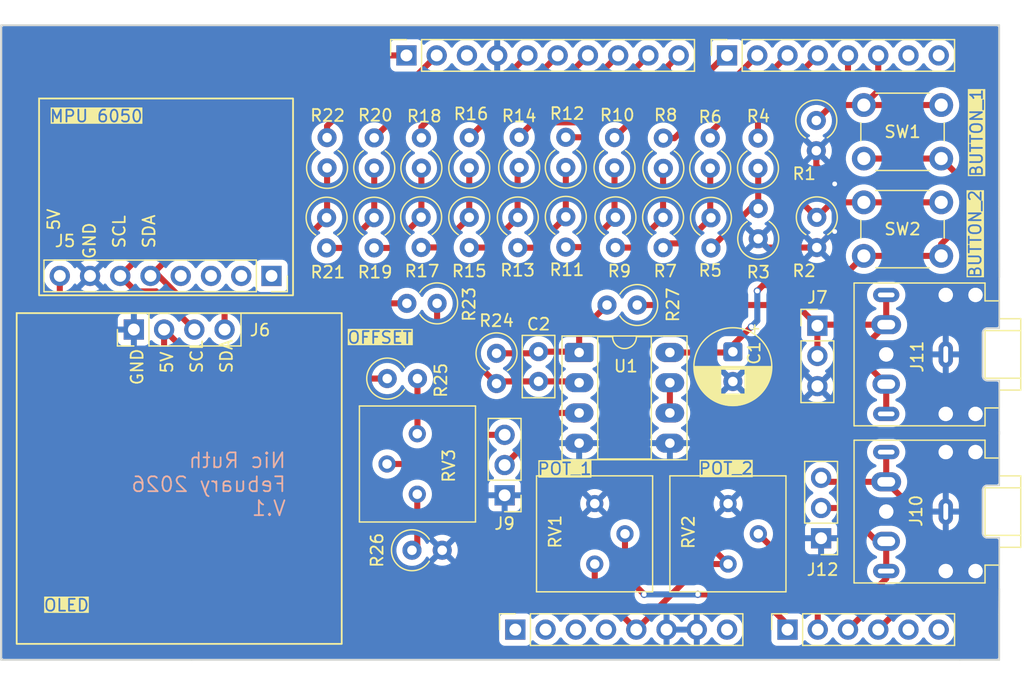
<source format=kicad_pcb>
(kicad_pcb (version 20241229) (generator "pcbnew") (generator_version "9.0")
  (title_block (date "mar. 31 mars 2015"))
  (layers (0 "F.Cu" signal) (2 "B.Cu" power) (13 "F.Paste" user) (15 "B.Paste" user) (5 "F.SilkS" user "F.Silkscreen") (7 "B.SilkS" user "B.Silkscreen") (1 "F.Mask" user) (3 "B.Mask" user) (25 "Edge.Cuts" user))
  (net 0 "")
  (net 1 "GND")
  (net 3 "+5V")
  (net 4 "/IOREF")
  (net 5 "/A0")
  (net 6 "/A1")
  (net 7 "/SDA{slash}A4")
  (net 8 "/SCL{slash}A5")
  (net 9 "/AREF")
  (net 10 "/TX{slash}1")
  (net 11 "/RX{slash}0")
  (net 12 "+3V3")
  (net 13 "VCC")
  (net 14 "/~{RESET}")
  (net 15 "/SCL")
  (net 16 "/SDA")
  (net 21 "/BT1")
  (net 22 "/BT2")
  (net 23 "Net-(C2-Pad2)")
  (net 24 "Net-(U1A--)")
  (net 25 "/D7")
  (net 26 "/D8")
  (net 27 "/D9")
  (net 28 "/D6")
  (net 29 "/D4")
  (net 30 "/D5")
  (net 31 "/IN_RIGHT")
  (net 32 "/IN_LEFT")
  (net 33 "/D3")
  (net 34 "/D2")
  (net 35 "/D0")
  (net 36 "/D1")
  (net 37 "/AUDIO_OUT")
  (net 38 "Net-(J9-Pin_3)")
  (net 39 "Net-(J9-Pin_2)")
  (net 40 "Net-(R3-Pad2)")
  (net 41 "Net-(R5-Pad1)")
  (net 42 "Net-(R7-Pad1)")
  (net 43 "Net-(R10-Pad1)")
  (net 44 "Net-(R11-Pad1)")
  (net 45 "Net-(R13-Pad1)")
  (net 46 "Net-(R15-Pad1)")
  (net 47 "Net-(R17-Pad1)")
  (net 48 "Net-(R19-Pad1)")
  (net 49 "Net-(R21-Pad1)")
  (net 50 "Net-(R25-Pad2)")
  (net 51 "Net-(R26-Pad1)")
  (net 52 "Net-(U1B--)")
  (footprint "Connector_PinSocket_2.54mm:PinSocket_1x08_P2.54mm_Vertical" (layer "F.Cu") (at 127.94 97.46 90)
    (property "Reference" "J1" (hide yes))
    (property "Value" "Power")
    (pad "1" thru_hole rect (at 0 0 90) (size 1.7 1.7) (drill 1) (layers "*.Cu" "*.Mask"))
    (pad "2" thru_hole oval (at 0 2.54 90) (size 1.7 1.7) (drill 1) (layers "*.Cu" "*.Mask") (net 4 "/IOREF"))
    (pad "3" thru_hole oval (at 0 5.08 90) (size 1.7 1.7) (drill 1) (layers "*.Cu" "*.Mask") (net 14 "/~{RESET}"))
    (pad "4" thru_hole oval (at 0 7.62 90) (size 1.7 1.7) (drill 1) (layers "*.Cu" "*.Mask") (net 12 "+3V3"))
    (pad "5" thru_hole oval (at 0 10.16 90) (size 1.7 1.7) (drill 1) (layers "*.Cu" "*.Mask") (net 3 "+5V"))
    (pad "6" thru_hole oval (at 0 12.7 90) (size 1.7 1.7) (drill 1) (layers "*.Cu" "*.Mask") (net 1 "GND"))
    (pad "7" thru_hole oval (at 0 15.24 90) (size 1.7 1.7) (drill 1) (layers "*.Cu" "*.Mask") (net 1 "GND"))
    (pad "8" thru_hole oval (at 0 17.78 90) (size 1.7 1.7) (drill 1) (layers "*.Cu" "*.Mask") (net 13 "VCC"))
  )
  (footprint "Connector_PinSocket_2.54mm:PinSocket_1x06_P2.54mm_Vertical" (layer "F.Cu") (at 150.8 97.46 90)
    (property "Reference" "J3" (hide yes))
    (property "Value" "Analog")
    (pad "1" thru_hole rect (at 0 0 90) (size 1.7 1.7) (drill 1) (layers "*.Cu" "*.Mask") (net 5 "/A0"))
    (pad "2" thru_hole oval (at 0 2.54 90) (size 1.7 1.7) (drill 1) (layers "*.Cu" "*.Mask") (net 6 "/A1"))
    (pad "3" thru_hole oval (at 0 5.08 90) (size 1.7 1.7) (drill 1) (layers "*.Cu" "*.Mask") (net 31 "/IN_RIGHT"))
    (pad "4" thru_hole oval (at 0 7.62 90) (size 1.7 1.7) (drill 1) (layers "*.Cu" "*.Mask") (net 32 "/IN_LEFT"))
    (pad "5" thru_hole oval (at 0 10.16 90) (size 1.7 1.7) (drill 1) (layers "*.Cu" "*.Mask") (net 7 "/SDA{slash}A4"))
    (pad "6" thru_hole oval (at 0 12.7 90) (size 1.7 1.7) (drill 1) (layers "*.Cu" "*.Mask") (net 8 "/SCL{slash}A5"))
  )
  (footprint "Connector_PinSocket_2.54mm:PinSocket_1x10_P2.54mm_Vertical" (layer "F.Cu") (at 118.796 49.2 90)
    (property "Reference" "J2" (hide yes))
    (property "Value" "Digital/PWM")
    (pad "1" thru_hole rect (at 0 0 90) (size 1.7 1.7) (drill 1) (layers "*.Cu" "*.Mask") (net 15 "/SCL"))
    (pad "2" thru_hole oval (at 0 2.54 90) (size 1.7 1.7) (drill 1) (layers "*.Cu" "*.Mask") (net 16 "/SDA"))
    (pad "3" thru_hole oval (at 0 5.08 90) (size 1.7 1.7) (drill 1) (layers "*.Cu" "*.Mask") (net 9 "/AREF"))
    (pad "4" thru_hole oval (at 0 7.62 90) (size 1.7 1.7) (drill 1) (layers "*.Cu" "*.Mask") (net 1 "GND"))
    (pad "5" thru_hole oval (at 0 10.16 90) (size 1.7 1.7) (drill 1) (layers "*.Cu" "*.Mask") (net 27 "/D9"))
    (pad "6" thru_hole oval (at 0 12.7 90) (size 1.7 1.7) (drill 1) (layers "*.Cu" "*.Mask") (net 26 "/D8"))
    (pad "7" thru_hole oval (at 0 15.24 90) (size 1.7 1.7) (drill 1) (layers "*.Cu" "*.Mask") (net 25 "/D7"))
    (pad "8" thru_hole oval (at 0 17.78 90) (size 1.7 1.7) (drill 1) (layers "*.Cu" "*.Mask") (net 28 "/D6"))
    (pad "9" thru_hole oval (at 0 20.32 90) (size 1.7 1.7) (drill 1) (layers "*.Cu" "*.Mask") (net 30 "/D5"))
    (pad "10" thru_hole oval (at 0 22.86 90) (size 1.7 1.7) (drill 1) (layers "*.Cu" "*.Mask") (net 29 "/D4"))
  )
  (footprint "Connector_PinSocket_2.54mm:PinSocket_1x08_P2.54mm_Vertical" (layer "F.Cu") (at 145.72 49.2 90)
    (property "Reference" "J4" (hide yes))
    (property "Value" "Digital/PWM")
    (pad "1" thru_hole rect (at 0 0 90) (size 1.7 1.7) (drill 1) (layers "*.Cu" "*.Mask") (net 33 "/D3"))
    (pad "2" thru_hole oval (at 0 2.54 90) (size 1.7 1.7) (drill 1) (layers "*.Cu" "*.Mask") (net 34 "/D2"))
    (pad "3" thru_hole oval (at 0 5.08 90) (size 1.7 1.7) (drill 1) (layers "*.Cu" "*.Mask") (net 36 "/D1"))
    (pad "4" thru_hole oval (at 0 7.62 90) (size 1.7 1.7) (drill 1) (layers "*.Cu" "*.Mask") (net 35 "/D0"))
    (pad "5" thru_hole oval (at 0 10.16 90) (size 1.7 1.7) (drill 1) (layers "*.Cu" "*.Mask") (net 22 "/BT2"))
    (pad "6" thru_hole oval (at 0 12.7 90) (size 1.7 1.7) (drill 1) (layers "*.Cu" "*.Mask") (net 21 "/BT1"))
    (pad "7" thru_hole oval (at 0 15.24 90) (size 1.7 1.7) (drill 1) (layers "*.Cu" "*.Mask") (net 10 "/TX{slash}1"))
    (pad "8" thru_hole oval (at 0 17.78 90) (size 1.7 1.7) (drill 1) (layers "*.Cu" "*.Mask") (net 11 "/RX{slash}0"))
  )
  (footprint "Resistor_THT:R_Axial_DIN0309_L9.0mm_D3.2mm_P2.54mm_Vertical" (layer "F.Cu") (at 136.35 62.81 -90)
    (property "Reference" "R9" (at 4.52 -0.33 180) (layer "F.SilkS"))
    (property "Value" "10k")
    (pad "1" thru_hole circle (at 0 0 270) (size 1.6 1.6) (drill 0.8) (layers "*.Cu" "*.Mask") (net 43 "Net-(R10-Pad1)"))
    (pad "2" thru_hole circle (at 2.54 0 270) (size 1.6 1.6) (drill 0.8) (layers "*.Cu" "*.Mask") (net 42 "Net-(R7-Pad1)"))
  )
  (footprint "Resistor_THT:R_Axial_DIN0309_L9.0mm_D3.2mm_P2.54mm_Vertical" (layer "F.Cu") (at 128.15 62.82 -90)
    (property "Reference" "R13" (at 4.44 0.02 180) (layer "F.SilkS"))
    (property "Value" "10k")
    (pad "1" thru_hole circle (at 0 0 270) (size 1.6 1.6) (drill 0.8) (layers "*.Cu" "*.Mask") (net 45 "Net-(R13-Pad1)"))
    (pad "2" thru_hole circle (at 2.54 0 270) (size 1.6 1.6) (drill 0.8) (layers "*.Cu" "*.Mask") (net 44 "Net-(R11-Pad1)"))
  )
  (footprint "Resistor_THT:R_Axial_DIN0309_L9.0mm_D3.2mm_P2.54mm_Vertical" (layer "F.Cu") (at 128.262 58.62 90)
    (property "Reference" "R14" (at 4.33 0 180) (layer "F.SilkS"))
    (property "Value" "20k")
    (pad "1" thru_hole circle (at 0 0 90) (size 1.6 1.6) (drill 0.8) (layers "*.Cu" "*.Mask") (net 45 "Net-(R13-Pad1)"))
    (pad "2" thru_hole circle (at 2.54 0 90) (size 1.6 1.6) (drill 0.8) (layers "*.Cu" "*.Mask") (net 30 "/D5"))
  )
  (footprint "Resistor_THT:R_Axial_DIN0309_L9.0mm_D3.2mm_P2.54mm_Vertical" (layer "F.Cu") (at 120.05 58.67 90)
    (property "Reference" "R18" (at 4.36 0.24 180) (layer "F.SilkS"))
    (property "Value" "20k")
    (pad "1" thru_hole circle (at 0 0 90) (size 1.6 1.6) (drill 0.8) (layers "*.Cu" "*.Mask") (net 47 "Net-(R17-Pad1)"))
    (pad "2" thru_hole circle (at 2.54 0 90) (size 1.6 1.6) (drill 0.8) (layers "*.Cu" "*.Mask") (net 25 "/D7"))
  )
  (footprint "Resistor_THT:R_Axial_DIN0309_L9.0mm_D3.2mm_P2.54mm_Vertical" (layer "F.Cu") (at 148.32 58.69 90)
    (property "Reference" "R4" (at 4.38 0.03 180) (layer "F.SilkS"))
    (property "Value" "20k")
    (pad "1" thru_hole circle (at 0 0 90) (size 1.6 1.6) (drill 0.8) (layers "*.Cu" "*.Mask") (net 40 "Net-(R3-Pad2)"))
    (pad "2" thru_hole circle (at 2.54 0 90) (size 1.6 1.6) (drill 0.8) (layers "*.Cu" "*.Mask") (net 35 "/D0"))
  )
  (footprint "Resistor_THT:R_Axial_DIN0309_L9.0mm_D3.2mm_P2.54mm_Vertical" (layer "F.Cu") (at 124.07 62.81 -90)
    (property "Reference" "R15" (at 4.52 0 180) (layer "F.SilkS"))
    (property "Value" "10k")
    (pad "1" thru_hole circle (at 0 0 270) (size 1.6 1.6) (drill 0.8) (layers "*.Cu" "*.Mask") (net 46 "Net-(R15-Pad1)"))
    (pad "2" thru_hole circle (at 2.54 0 270) (size 1.6 1.6) (drill 0.8) (layers "*.Cu" "*.Mask") (net 45 "Net-(R13-Pad1)"))
  )
  (footprint "Resistor_THT:R_Axial_DIN0309_L9.0mm_D3.2mm_P2.54mm_Vertical" (layer "F.Cu") (at 116.08 62.84 -90)
    (property "Reference" "R19" (at 4.58 -0.08 180) (layer "F.SilkS"))
    (property "Value" "10k")
    (pad "1" thru_hole circle (at 0 0 270) (size 1.6 1.6) (drill 0.8) (layers "*.Cu" "*.Mask") (net 48 "Net-(R19-Pad1)"))
    (pad "2" thru_hole circle (at 2.54 0 270) (size 1.6 1.6) (drill 0.8) (layers "*.Cu" "*.Mask") (net 47 "Net-(R17-Pad1)"))
  )
  (footprint "Capacitor_THT:C_Disc_D5.0mm_W2.5mm_P2.50mm" (layer "F.Cu") (at 129.89 76.6 90)
    (property "Reference" "C2" (at 4.81 0 0) (layer "F.SilkS"))
    (property "Value" "100pF")
    (pad "1" thru_hole circle (at 0 0 90) (size 1.6 1.6) (drill 0.8) (layers "*.Cu" "*.Mask") (net 24 "Net-(U1A--)"))
    (pad "2" thru_hole circle (at 2.5 0 90) (size 1.6 1.6) (drill 0.8) (layers "*.Cu" "*.Mask") (net 23 "Net-(C2-Pad2)"))
  )
  (footprint "Resistor_THT:R_Axial_DIN0309_L9.0mm_D3.2mm_P2.54mm_Vertical" (layer "F.Cu") (at 140.35 62.82 -90)
    (property "Reference" "R7" (at 4.51 -0.18 180) (layer "F.SilkS"))
    (property "Value" "10k")
    (pad "1" thru_hole circle (at 0 0 270) (size 1.6 1.6) (drill 0.8) (layers "*.Cu" "*.Mask") (net 42 "Net-(R7-Pad1)"))
    (pad "2" thru_hole circle (at 2.54 0 270) (size 1.6 1.6) (drill 0.8) (layers "*.Cu" "*.Mask") (net 41 "Net-(R5-Pad1)"))
  )
  (footprint "Resistor_THT:R_Axial_DIN0309_L9.0mm_D3.2mm_P2.54mm_Vertical" (layer "F.Cu") (at 112.09 62.84 -90)
    (property "Reference" "R21" (at 4.58 -0.1 180) (layer "F.SilkS"))
    (property "Value" "10k")
    (pad "1" thru_hole circle (at 0 0 270) (size 1.6 1.6) (drill 0.8) (layers "*.Cu" "*.Mask") (net 49 "Net-(R21-Pad1)"))
    (pad "2" thru_hole circle (at 2.54 0 270) (size 1.6 1.6) (drill 0.8) (layers "*.Cu" "*.Mask") (net 48 "Net-(R19-Pad1)"))
  )
  (footprint "Button_Switch_THT:SW_PUSH_6mm" (layer "F.Cu") (at 163.71 66.05 180)
    (property "Reference" "SW2" (at 3.25 2.25 0) (layer "F.SilkS"))
    (property "Value" "BT_2")
    (pad "1" thru_hole circle (at 0 0 270) (size 2 2) (drill 1.1) (layers "*.Cu" "*.Mask") (net 3 "+5V"))
    (pad "1" thru_hole circle (at 6.5 0 270) (size 2 2) (drill 1.1) (layers "*.Cu" "*.Mask") (net 3 "+5V"))
    (pad "2" thru_hole circle (at 0 4.5 270) (size 2 2) (drill 1.1) (layers "*.Cu" "*.Mask") (net 22 "/BT2"))
    (pad "2" thru_hole circle (at 6.5 4.5 270) (size 2 2) (drill 1.1) (layers "*.Cu" "*.Mask") (net 22 "/BT2"))
  )
  (footprint "Resistor_THT:R_Axial_DIN0309_L9.0mm_D3.2mm_P2.54mm_Vertical" (layer "F.Cu") (at 116.09 58.67 90)
    (property "Reference" "R20" (at 4.44 0.09 180) (layer "F.SilkS"))
    (property "Value" "20k")
    (pad "1" thru_hole circle (at 0 0 90) (size 1.6 1.6) (drill 0.8) (layers "*.Cu" "*.Mask") (net 48 "Net-(R19-Pad1)"))
    (pad "2" thru_hole circle (at 2.54 0 90) (size 1.6 1.6) (drill 0.8) (layers "*.Cu" "*.Mask") (net 26 "/D8"))
  )
  (footprint "Resistor_THT:R_Axial_DIN0309_L9.0mm_D3.2mm_P2.54mm_Vertical" (layer "F.Cu") (at 144.31 58.68 90)
    (property "Reference" "R6" (at 4.3 0 180) (layer "F.SilkS"))
    (property "Value" "20k")
    (pad "1" thru_hole circle (at 0 0 90) (size 1.6 1.6) (drill 0.8) (layers "*.Cu" "*.Mask") (net 41 "Net-(R5-Pad1)"))
    (pad "2" thru_hole circle (at 2.54 0 90) (size 1.6 1.6) (drill 0.8) (layers "*.Cu" "*.Mask") (net 36 "/D1"))
  )
  (footprint "Connector_PinHeader_2.54mm:PinHeader_1x03_P2.54mm_Vertical" (layer "F.Cu") (at 153.31 71.92)
    (property "Reference" "J7" (at 0 -2.38 0) (layer "F.SilkS"))
    (property "Value" "AUDIO_OUT")
    (pad "1" thru_hole rect (at 0 0) (size 1.7 1.7) (drill 1) (layers "*.Cu" "*.Mask") (net 37 "/AUDIO_OUT"))
    (pad "2" thru_hole circle (at 0 2.54) (size 1.7 1.7) (drill 1) (layers "*.Cu" "*.Mask") (net 37 "/AUDIO_OUT"))
    (pad "3" thru_hole circle (at 0 5.08) (size 1.7 1.7) (drill 1) (layers "*.Cu" "*.Mask") (net 1 "GND"))
  )
  (footprint "Resistor_THT:R_Axial_DIN0309_L9.0mm_D3.2mm_P2.54mm_Vertical" (layer "F.Cu") (at 136.27 58.65 90)
    (property "Reference" "R10" (at 4.43 0.23 180) (layer "F.SilkS"))
    (property "Value" "20k")
    (pad "1" thru_hole circle (at 0 0 90) (size 1.6 1.6) (drill 0.8) (layers "*.Cu" "*.Mask") (net 43 "Net-(R10-Pad1)"))
    (pad "2" thru_hole circle (at 2.54 0 90) (size 1.6 1.6) (drill 0.8) (layers "*.Cu" "*.Mask") (net 33 "/D3"))
  )
  (footprint "Connector_PinSocket_2.54mm:PinSocket_1x08_P2.54mm_Vertical" (layer "F.Cu") (at 107.46 67.73 -90)
    (property "Reference" "J5" (at -2.93 17.34 0) (layer "F.SilkS"))
    (property "Value" "IMU_CONN")
    (pad "1" thru_hole rect (at 0 0 270) (size 1.7 1.7) (drill 1) (layers "*.Cu" "*.Mask"))
    (pad "2" thru_hole circle (at 0 2.54 270) (size 1.7 1.7) (drill 1) (layers "*.Cu" "*.Mask"))
    (pad "3" thru_hole circle (at 0 5.08 270) (size 1.7 1.7) (drill 1) (layers "*.Cu" "*.Mask"))
    (pad "4" thru_hole circle (at 0 7.62 270) (size 1.7 1.7) (drill 1) (layers "*.Cu" "*.Mask"))
    (pad "5" thru_hole circle (at 0 10.16 270) (size 1.7 1.7) (drill 1) (layers "*.Cu" "*.Mask") (net 16 "/SDA"))
    (pad "6" thru_hole circle (at 0 12.7 270) (size 1.7 1.7) (drill 1) (layers "*.Cu" "*.Mask") (net 15 "/SCL"))
    (pad "7" thru_hole circle (at 0 15.24 270) (size 1.7 1.7) (drill 1) (layers "*.Cu" "*.Mask") (net 1 "GND"))
    (pad "8" thru_hole circle (at 0 17.78 270) (size 1.7 1.7) (drill 1) (layers "*.Cu" "*.Mask") (net 3 "+5V"))
  )
  (footprint "Resistor_THT:R_Axial_DIN0309_L9.0mm_D3.2mm_P2.54mm_Vertical" (layer "F.Cu") (at 119.26 90.79)
    (property "Reference" "R26" (at -2.93 0 90) (layer "F.SilkS"))
    (property "Value" "20k")
    (pad "1" thru_hole circle (at 0 0) (size 1.6 1.6) (drill 0.8) (layers "*.Cu" "*.Mask") (net 51 "Net-(R26-Pad1)"))
    (pad "2" thru_hole circle (at 2.54 0) (size 1.6 1.6) (drill 0.8) (layers "*.Cu" "*.Mask") (net 1 "GND"))
  )
  (footprint "Connector_Audio:Jack_3.5mm_CUI_SJ1-3525N_Horizontal" (layer "F.Cu") (at 164.09 74.33 90)
    (property "Reference" "J11" (at -0.19 -2.4 90) (layer "F.SilkS"))
    (property "Value" "AudioJack5")
    (fp_line (start 1.8 3.1) (end -1.8 3.1) (stroke (width 0.12)) (layer "Edge.Cuts"))
    (fp_line (start 2.2 3.5) (end 2.2 4.5) (stroke (width 0.12)) (layer "Edge.Cuts"))
    (fp_line (start -2.2 3.5) (end -2.2 4.5) (stroke (width 0.12)) (layer "Edge.Cuts"))
    (fp_line (start 2.2 4.5) (end 6.5 4.5) (stroke (width 0.12)) (layer "Edge.Cuts"))
    (fp_line (start -2.2 4.5) (end -6.5 4.5) (stroke (width 0.12)) (layer "Edge.Cuts"))
    (fp_arc (start 1.8 3.1) (mid 2.082843 3.217157) (end 2.2 3.5) (stroke (width 0.12)) (layer "Edge.Cuts"))
    (fp_arc (start -2.2 3.5) (mid -2.082842 3.217158) (end -1.8 3.1) (stroke (width 0.12)) (layer "Edge.Cuts"))
    (pad "" np_thru_hole circle (at -5 0 90) (size 1.2 1.2) (drill 1.2) (layers "*.Cu" "*.Mask"))
    (pad "" np_thru_hole circle (at -5 2.5 90) (size 1.2 1.2) (drill 1.2) (layers "*.Cu" "*.Mask"))
    (pad "" np_thru_hole circle (at 0 -5 90) (size 1.2 1.2) (drill 1.2) (layers "*.Cu" "*.Mask"))
    (pad "" np_thru_hole circle (at 5 0 90) (size 1.2 1.2) (drill 1.2) (layers "*.Cu" "*.Mask"))
    (pad "" np_thru_hole circle (at 5 2.5 90) (size 1.2 1.2) (drill 1.2) (layers "*.Cu" "*.Mask"))
    (pad "R" thru_hole oval (at -5 -5 90) (size 1.2 2.2) (drill oval 0.4 1.4) (layers "*.Cu" "*.Mask") (net 37 "/AUDIO_OUT"))
    (pad "RN" thru_hole oval (at -2.5 -5 90) (size 1.6 2.3) (drill oval 0.8 1.5) (layers "*.Cu" "*.Mask") (net 37 "/AUDIO_OUT"))
    (pad "S" thru_hole oval (at 0 0 90) (size 2.2 1.2) (drill oval 1.4 0.4) (layers "*.Cu" "*.Mask") (net 1 "GND"))
    (pad "T" thru_hole oval (at 5 -5 270) (size 1.2 2.2) (drill oval 0.4 1.4) (layers "*.Cu" "*.Mask") (net 37 "/AUDIO_OUT"))
    (pad "TN" thru_hole oval (at 2.5 -5 270) (size 1.6 2.5) (drill oval 0.8 1.5) (layers "*.Cu" "*.Mask") (net 37 "/AUDIO_OUT"))
  )
  (footprint "Resistor_THT:R_Axial_DIN0309_L9.0mm_D3.2mm_P2.54mm_Vertical" (layer "F.Cu") (at 144.37 62.85 -90)
    (property "Reference" "R5" (at 4.43 0.06 0) (layer "F.SilkS"))
    (property "Value" "10k")
    (pad "1" thru_hole circle (at 0 0 270) (size 1.6 1.6) (drill 0.8) (layers "*.Cu" "*.Mask") (net 41 "Net-(R5-Pad1)"))
    (pad "2" thru_hole circle (at 2.54 0 270) (size 1.6 1.6) (drill 0.8) (layers "*.Cu" "*.Mask") (net 40 "Net-(R3-Pad2)"))
  )
  (footprint "Capacitor_THT:CP_Radial_D6.3mm_P2.50mm" (layer "F.Cu") (at 146.21 74.10762 -90)
    (property "Reference" "C1" (at 0.112985 -1.793255 90) (layer "F.SilkS"))
    (property "Value" "47uF")
    (pad "1" thru_hole roundrect (at 0 0 270) (size 1.6 1.6) (drill 0.8) (layers "*.Cu" "*.Mask") (roundrect_rratio 0.15625) (net 3 "+5V"))
    (pad "2" thru_hole circle (at 2.5 0 270) (size 1.6 1.6) (drill 0.8) (layers "*.Cu" "*.Mask") (net 1 "GND"))
  )
  (footprint "Resistor_THT:R_Axial_DIN0309_L9.0mm_D3.2mm_P2.54mm_Vertical" (layer "F.Cu") (at 126.36 74.24 -90)
    (property "Reference" "R24" (at -2.74 0 0) (layer "F.SilkS"))
    (property "Value" "20k")
    (pad "1" thru_hole circle (at 0 0 270) (size 1.6 1.6) (drill 0.8) (layers "*.Cu" "*.Mask") (net 23 "Net-(C2-Pad2)"))
    (pad "2" thru_hole circle (at 2.54 0 270) (size 1.6 1.6) (drill 0.8) (layers "*.Cu" "*.Mask") (net 24 "Net-(U1A--)"))
  )
  (footprint "Resistor_THT:R_Axial_DIN0309_L9.0mm_D3.2mm_P2.54mm_Vertical" (layer "F.Cu") (at 132.18 58.62 90)
    (property "Reference" "R12" (at 4.53 0.11 180) (layer "F.SilkS"))
    (property "Value" "20k")
    (pad "1" thru_hole circle (at 0 0 90) (size 1.6 1.6) (drill 0.8) (layers "*.Cu" "*.Mask") (net 44 "Net-(R11-Pad1)"))
    (pad "2" thru_hole circle (at 2.54 0 90) (size 1.6 1.6) (drill 0.8) (layers "*.Cu" "*.Mask") (net 29 "/D4"))
  )
  (footprint "Button_Switch_THT:SW_PUSH_6mm" (layer "F.Cu") (at 163.71 57.87 180)
    (property "Reference" "SW1" (at 3.25 2.25 0) (layer "F.SilkS"))
    (property "Value" "BT_1")
    (pad "1" thru_hole circle (at 0 0 270) (size 2 2) (drill 1.1) (layers "*.Cu" "*.Mask") (net 3 "+5V"))
    (pad "1" thru_hole circle (at 6.5 0 270) (size 2 2) (drill 1.1) (layers "*.Cu" "*.Mask") (net 3 "+5V"))
    (pad "2" thru_hole circle (at 0 4.5 270) (size 2 2) (drill 1.1) (layers "*.Cu" "*.Mask") (net 21 "/BT1"))
    (pad "2" thru_hole circle (at 6.5 4.5 270) (size 2 2) (drill 1.1) (layers "*.Cu" "*.Mask") (net 21 "/BT1"))
  )
  (footprint "Resistor_THT:R_Axial_DIN0309_L9.0mm_D3.2mm_P2.54mm_Vertical" (layer "F.Cu") (at 132.18 62.77 -90)
    (property "Reference" "R11" (at 4.45 -0.09 180) (layer "F.SilkS"))
    (property "Value" "10k")
    (pad "1" thru_hole circle (at 0 0 270) (size 1.6 1.6) (drill 0.8) (layers "*.Cu" "*.Mask") (net 44 "Net-(R11-Pad1)"))
    (pad "2" thru_hole circle (at 2.54 0 270) (size 1.6 1.6) (drill 0.8) (layers "*.Cu" "*.Mask") (net 43 "Net-(R10-Pad1)"))
  )
  (footprint "Resistor_THT:R_Axial_DIN0309_L9.0mm_D3.2mm_P2.54mm_Vertical" (layer "F.Cu") (at 112.13 58.65 90)
    (property "Reference" "R22" (at 4.4 0.04 180) (layer "F.SilkS"))
    (property "Value" "20k")
    (pad "1" thru_hole circle (at 0 0 90) (size 1.6 1.6) (drill 0.8) (layers "*.Cu" "*.Mask") (net 49 "Net-(R21-Pad1)"))
    (pad "2" thru_hole circle (at 2.54 0 90) (size 1.6 1.6) (drill 0.8) (layers "*.Cu" "*.Mask") (net 27 "/D9"))
  )
  (footprint "Connector_PinHeader_2.54mm:PinHeader_1x03_P2.54mm_Vertical" (layer "F.Cu") (at 153.62 89.78 180)
    (property "Reference" "J12" (at -0.13 -2.64 0) (layer "F.SilkS"))
    (property "Value" "AUDIO_IN")
    (pad "1" thru_hole rect (at 0 0 180) (size 1.7 1.7) (drill 1) (layers "*.Cu" "*.Mask") (net 1 "GND"))
    (pad "2" thru_hole circle (at 0 2.54 180) (size 1.7 1.7) (drill 1) (layers "*.Cu" "*.Mask") (net 31 "/IN_RIGHT"))
    (pad "3" thru_hole circle (at 0 5.08 180) (size 1.7 1.7) (drill 1) (layers "*.Cu" "*.Mask") (net 32 "/IN_LEFT"))
  )
  (footprint "Resistor_THT:R_Axial_DIN0309_L9.0mm_D3.2mm_P2.54mm_Vertical" (layer "F.Cu") (at 153.22 54.67 -90)
    (property "Reference" "R1" (at 4.48 1.02 180) (layer "F.SilkS"))
    (property "Value" "100k")
    (pad "1" thru_hole circle (at 0 0 270) (size 1.6 1.6) (drill 0.8) (layers "*.Cu" "*.Mask") (net 21 "/BT1"))
    (pad "2" thru_hole circle (at 2.54 0 270) (size 1.6 1.6) (drill 0.8) (layers "*.Cu" "*.Mask") (net 1 "GND"))
  )
  (footprint "Resistor_THT:R_Axial_DIN0309_L9.0mm_D3.2mm_P2.54mm_Vertical" (layer "F.Cu") (at 138.18 70.18 180)
    (property "Reference" "R27" (at -3 0.02 90) (layer "F.SilkS"))
    (property "Value" "1k")
    (pad "1" thru_hole circle (at 0 0 180) (size 1.6 1.6) (drill 0.8) (layers "*.Cu" "*.Mask") (net 37 "/AUDIO_OUT"))
    (pad "2" thru_hole circle (at 2.54 0 180) (size 1.6 1.6) (drill 0.8) (layers "*.Cu" "*.Mask") (net 23 "Net-(C2-Pad2)"))
  )
  (footprint "Resistor_THT:R_Axial_DIN0309_L9.0mm_D3.2mm_P2.54mm_Vertical" (layer "F.Cu") (at 120.03 62.8 -90)
    (property "Reference" "R17" (at 4.53 -0.07 180) (layer "F.SilkS"))
    (property "Value" "10k")
    (pad "1" thru_hole circle (at 0 0 270) (size 1.6 1.6) (drill 0.8) (layers "*.Cu" "*.Mask") (net 47 "Net-(R17-Pad1)"))
    (pad "2" thru_hole circle (at 2.54 0 270) (size 1.6 1.6) (drill 0.8) (layers "*.Cu" "*.Mask") (net 46 "Net-(R15-Pad1)"))
  )
  (footprint "Resistor_THT:R_Axial_DIN0309_L9.0mm_D3.2mm_P2.54mm_Vertical" (layer "F.Cu") (at 117.18 76.36)
    (property "Reference" "R25" (at 4.51 0.15 90) (layer "F.SilkS"))
    (property "Value" "20k")
    (pad "1" thru_hole circle (at 0 0) (size 1.6 1.6) (drill 0.8) (layers "*.Cu" "*.Mask") (net 3 "+5V"))
    (pad "2" thru_hole circle (at 2.54 0) (size 1.6 1.6) (drill 0.8) (layers "*.Cu" "*.Mask") (net 50 "Net-(R25-Pad2)"))
  )
  (footprint "Resistor_THT:R_Axial_DIN0309_L9.0mm_D3.2mm_P2.54mm_Vertical" (layer "F.Cu") (at 124.07 58.65 90)
    (property "Reference" "R16" (at 4.53 0.15 180) (layer "F.SilkS"))
    (property "Value" "20k")
    (pad "1" thru_hole circle (at 0 0 90) (size 1.6 1.6) (drill 0.8) (layers "*.Cu" "*.Mask") (net 46 "Net-(R15-Pad1)"))
    (pad "2" thru_hole circle (at 2.54 0 90) (size 1.6 1.6) (drill 0.8) (layers "*.Cu" "*.Mask") (net 28 "/D6"))
  )
  (footprint "Potentiometer_THT:Potentiometer_Bourns_3386P_Vertical" (layer "F.Cu") (at 134.61 91.95)
    (property "Reference" "RV1" (at -3.32 -2.72 90) (layer "F.SilkS"))
    (property "Value" "100k")
    (pad "1" thru_hole circle (at 0 0) (size 1.44 1.44) (drill 0.8) (layers "*.Cu" "*.Mask") (net 3 "+5V"))
    (pad "2" thru_hole circle (at 2.54 -2.54) (size 1.44 1.44) (drill 0.8) (layers "*.Cu" "*.Mask") (net 5 "/A0"))
    (pad "3" thru_hole circle (at 0 -5.08) (size 1.44 1.44) (drill 0.8) (layers "*.Cu" "*.Mask") (net 1 "GND"))
  )
  (footprint "Resistor_THT:R_Axial_DIN0309_L9.0mm_D3.2mm_P2.54mm_Vertical" (layer "F.Cu") (at 153.26 62.81 -90)
    (property "Reference" "R2" (at 4.5 1.07 180) (layer "F.SilkS"))
    (property "Value" "100k")
    (pad "1" thru_hole circle (at 0 0 270) (size 1.6 1.6) (drill 0.8) (layers "*.Cu" "*.Mask") (net 22 "/BT2"))
    (pad "2" thru_hole circle (at 2.54 0 270) (size 1.6 1.6) (drill 0.8) (layers "*.Cu" "*.Mask") (net 1 "GND"))
  )
  (footprint "Package_DIP:DIP-8_W7.62mm_Socket_LongPads" (layer "F.Cu") (at 133.3 74.17)
    (property "Reference" "U1" (at 3.92 1.15 0) (layer "F.SilkS"))
    (property "Value" "MCP6002-xP")
    (pad "1" thru_hole roundrect (at 0 0) (size 2.4 1.6) (drill 0.8) (layers "*.Cu" "*.Mask") (roundrect_rratio 0.15625) (net 23 "Net-(C2-Pad2)"))
    (pad "2" thru_hole oval (at 0 2.54) (size 2.4 1.6) (drill 0.8) (layers "*.Cu" "*.Mask") (net 24 "Net-(U1A--)"))
    (pad "3" thru_hole oval (at 0 5.08) (size 2.4 1.6) (drill 0.8) (layers "*.Cu" "*.Mask") (net 39 "Net-(J9-Pin_2)"))
    (pad "4" thru_hole oval (at 0 7.62) (size 2.4 1.6) (drill 0.8) (layers "*.Cu" "*.Mask") (net 1 "GND"))
    (pad "5" thru_hole oval (at 7.62 7.62) (size 2.4 1.6) (drill 0.8) (layers "*.Cu" "*.Mask") (net 1 "GND"))
    (pad "6" thru_hole oval (at 7.62 5.08) (size 2.4 1.6) (drill 0.8) (layers "*.Cu" "*.Mask") (net 52 "Net-(U1B--)"))
    (pad "7" thru_hole oval (at 7.62 2.54) (size 2.4 1.6) (drill 0.8) (layers "*.Cu" "*.Mask") (net 52 "Net-(U1B--)"))
    (pad "8" thru_hole oval (at 7.62 0) (size 2.4 1.6) (drill 0.8) (layers "*.Cu" "*.Mask") (net 3 "+5V"))
  )
  (footprint "Connector_PinHeader_2.54mm:PinHeader_1x03_P2.54mm_Vertical" (layer "F.Cu") (at 127.04 86.17 180)
    (property "Reference" "J9" (at 0 -2.38 0) (layer "F.SilkS"))
    (property "Value" "JUMPER")
    (pad "1" thru_hole rect (at 0 0 180) (size 1.7 1.7) (drill 1) (layers "*.Cu" "*.Mask") (net 1 "GND"))
    (pad "2" thru_hole circle (at 0 2.54 180) (size 1.7 1.7) (drill 1) (layers "*.Cu" "*.Mask") (net 39 "Net-(J9-Pin_2)"))
    (pad "3" thru_hole circle (at 0 5.08 180) (size 1.7 1.7) (drill 1) (layers "*.Cu" "*.Mask") (net 38 "Net-(J9-Pin_3)"))
  )
  (footprint "Resistor_THT:R_Axial_DIN0309_L9.0mm_D3.2mm_P2.54mm_Vertical" (layer "F.Cu") (at 148.34 64.61 90)
    (property "Reference" "R3" (at -2.81 0.01 180) (layer "F.SilkS"))
    (property "Value" "20k")
    (pad "1" thru_hole circle (at 0 0 90) (size 1.6 1.6) (drill 0.8) (layers "*.Cu" "*.Mask") (net 1 "GND"))
    (pad "2" thru_hole circle (at 2.54 0 90) (size 1.6 1.6) (drill 0.8) (layers "*.Cu" "*.Mask") (net 40 "Net-(R3-Pad2)"))
  )
  (footprint "Connector_Audio:Jack_3.5mm_CUI_SJ1-3525N_Horizontal" (layer "F.Cu") (at 164.09 87.54 90)
    (property "Reference" "J10" (at 0.06 -2.49 90) (layer "F.SilkS"))
    (property "Value" "AudioJack5")
    (fp_line (start 1.8 3.1) (end -1.8 3.1) (stroke (width 0.12)) (layer "Edge.Cuts"))
    (fp_line (start 2.2 3.5) (end 2.2 4.5) (stroke (width 0.12)) (layer "Edge.Cuts"))
    (fp_line (start -2.2 3.5) (end -2.2 4.5) (stroke (width 0.12)) (layer "Edge.Cuts"))
    (fp_line (start 2.2 4.5) (end 6.5 4.5) (stroke (width 0.12)) (layer "Edge.Cuts"))
    (fp_line (start -2.2 4.5) (end -6.5 4.5) (stroke (width 0.12)) (layer "Edge.Cuts"))
    (fp_arc (start 1.8 3.1) (mid 2.082843 3.217157) (end 2.2 3.5) (stroke (width 0.12)) (layer "Edge.Cuts"))
    (fp_arc (start -2.2 3.5) (mid -2.082842 3.217158) (end -1.8 3.1) (stroke (width 0.12)) (layer "Edge.Cuts"))
    (pad "" np_thru_hole circle (at -5 0 90) (size 1.2 1.2) (drill 1.2) (layers "*.Cu" "*.Mask"))
    (pad "" np_thru_hole circle (at -5 2.5 90) (size 1.2 1.2) (drill 1.2) (layers "*.Cu" "*.Mask"))
    (pad "" np_thru_hole circle (at 0 -5 90) (size 1.2 1.2) (drill 1.2) (layers "*.Cu" "*.Mask"))
    (pad "" np_thru_hole circle (at 5 0 90) (size 1.2 1.2) (drill 1.2) (layers "*.Cu" "*.Mask"))
    (pad "" np_thru_hole circle (at 5 2.5 90) (size 1.2 1.2) (drill 1.2) (layers "*.Cu" "*.Mask"))
    (pad "R" thru_hole oval (at -5 -5 90) (size 1.2 2.2) (drill oval 0.4 1.4) (layers "*.Cu" "*.Mask") (net 31 "/IN_RIGHT"))
    (pad "RN" thru_hole oval (at -2.5 -5 90) (size 1.6 2.3) (drill oval 0.8 1.5) (layers "*.Cu" "*.Mask") (net 31 "/IN_RIGHT"))
    (pad "S" thru_hole oval (at 0 0 90) (size 2.2 1.2) (drill oval 1.4 0.4) (layers "*.Cu" "*.Mask") (net 1 "GND"))
    (pad "T" thru_hole oval (at 5 -5 270) (size 1.2 2.2) (drill oval 0.4 1.4) (layers "*.Cu" "*.Mask") (net 32 "/IN_LEFT"))
    (pad "TN" thru_hole oval (at 2.5 -5 270) (size 1.6 2.5) (drill oval 0.8 1.5) (layers "*.Cu" "*.Mask") (net 32 "/IN_LEFT"))
  )
  (footprint "Potentiometer_THT:Potentiometer_Bourns_3386P_Vertical" (layer "F.Cu") (at 119.705 81 180)
    (property "Reference" "RV3" (at -2.65 -2.69 90) (layer "F.SilkS"))
    (property "Value" "100k")
    (pad "1" thru_hole circle (at 0 0 180) (size 1.44 1.44) (drill 0.8) (layers "*.Cu" "*.Mask") (net 50 "Net-(R25-Pad2)"))
    (pad "2" thru_hole circle (at 2.54 -2.54 180) (size 1.44 1.44) (drill 0.8) (layers "*.Cu" "*.Mask") (net 38 "Net-(J9-Pin_3)"))
    (pad "3" thru_hole circle (at 0 -5.08 180) (size 1.44 1.44) (drill 0.8) (layers "*.Cu" "*.Mask") (net 51 "Net-(R26-Pad1)"))
  )
  (footprint "Potentiometer_THT:Potentiometer_Bourns_3386P_Vertical" (layer "F.Cu") (at 145.81 91.95)
    (property "Reference" "RV2" (at -3.33 -2.68 90) (layer "F.SilkS"))
    (property "Value" "100k")
    (pad "1" thru_hole circle (at 0 0) (size 1.44 1.44) (drill 0.8) (layers "*.Cu" "*.Mask") (net 3 "+5V"))
    (pad "2" thru_hole circle (at 2.54 -2.54) (size 1.44 1.44) (drill 0.8) (layers "*.Cu" "*.Mask") (net 6 "/A1"))
    (pad "3" thru_hole circle (at 0 -5.08) (size 1.44 1.44) (drill 0.8) (layers "*.Cu" "*.Mask") (net 1 "GND"))
  )
  (footprint "Resistor_THT:R_Axial_DIN0309_L9.0mm_D3.2mm_P2.54mm_Vertical" (layer "F.Cu") (at 140.37 58.69 90)
    (property "Reference" "R8" (at 4.47 0.2 180) (layer "F.SilkS"))
    (property "Value" "20k")
    (pad "1" thru_hole circle (at 0 0 90) (size 1.6 1.6) (drill 0.8) (layers "*.Cu" "*.Mask") (net 42 "Net-(R7-Pad1)"))
    (pad "2" thru_hole circle (at 2.54 0 90) (size 1.6 1.6) (drill 0.8) (layers "*.Cu" "*.Mask") (net 34 "/D2"))
  )
  (footprint "Connector_PinHeader_2.54mm:PinHeader_1x04_P2.54mm_Vertical" (layer "F.Cu") (at 95.9 72.24 90)
    (property "Reference" "J6" (at -0.05 10.6 180) (layer "F.SilkS"))
    (property "Value" "SCREEN_CONN")
    (pad "1" thru_hole rect (at 0 0 90) (size 1.7 1.7) (drill 1) (layers "*.Cu" "*.Mask") (net 1 "GND"))
    (pad "2" thru_hole circle (at 0 2.54 90) (size 1.7 1.7) (drill 1) (layers "*.Cu" "*.Mask") (net 3 "+5V"))
    (pad "3" thru_hole circle (at 0 5.08 90) (size 1.7 1.7) (drill 1) (layers "*.Cu" "*.Mask") (net 15 "/SCL"))
    (pad "4" thru_hole circle (at 0 7.62 90) (size 1.7 1.7) (drill 1) (layers "*.Cu" "*.Mask") (net 16 "/SDA"))
  )
  (footprint "Resistor_THT:R_Axial_DIN0309_L9.0mm_D3.2mm_P2.54mm_Vertical" (layer "F.Cu") (at 121.37 70.04 180)
    (property "Reference" "R23" (at -2.69 -0.08 90) (layer "F.SilkS"))
    (property "Value" "20k")
    (pad "1" thru_hole circle (at 0 0 180) (size 1.6 1.6) (drill 0.8) (layers "*.Cu" "*.Mask") (net 24 "Net-(U1A--)"))
    (pad "2" thru_hole circle (at 2.54 0 180) (size 1.6 1.6) (drill 0.8) (layers "*.Cu" "*.Mask") (net 49 "Net-(R21-Pad1)"))
  )
  (gr_rect (start 86.06 70.86) (end 113.36 98.66) (stroke (width 0.15)) (fill no) (layer "F.SilkS"))
  (gr_rect (start 87.94 52.82) (end 109.27 69.36) (stroke (width 0.15)) (fill no) (layer "F.SilkS"))
  (gr_line (start 100.762 46.66) (end 84.762 46.66) (stroke (width 0.15)) (layer "Edge.Cuts"))
  (gr_line (start 168.58 46.66) (end 168.58 61.9) (stroke (width 0.15)) (layer "Edge.Cuts"))
  (gr_line (start 168.58 96.19) (end 168.59 94.04) (stroke (width 0.15)) (layer "Edge.Cuts"))
  (gr_line (start 165.278 100) (end 100.762 100) (stroke (width 0.15)) (layer "Edge.Cuts"))
  (gr_line (start 100.762 46.66) (end 163.5 46.66) (stroke (width 0.15)) (layer "Edge.Cuts"))
  (gr_line (start 168.58 96.19) (end 168.58 100) (stroke (width 0.15)) (layer "Edge.Cuts"))
  (gr_line (start 168.58 100) (end 165.278 100) (stroke (width 0.15)) (layer "Edge.Cuts"))
  (gr_line (start 168.59 67.83) (end 168.58 61.9) (stroke (width 0.15)) (layer "Edge.Cuts"))
  (gr_line (start 168.58 46.66) (end 163.5 46.66) (stroke (width 0.15)) (layer "Edge.Cuts"))
  (gr_line (start 100.762 100) (end 84.762 100) (stroke (width 0.15)) (layer "Edge.Cuts"))
  (gr_line (start 168.59 80.83) (end 168.59 81.04) (stroke (width 0.15)) (layer "Edge.Cuts"))
  (gr_line (start 84.762 100) (end 84.762 46.66) (stroke (width 0.15)) (layer "Edge.Cuts"))
  (gr_text "BUTTON_1\n" (at 167.262 59.5 90) (layer "F.SilkS" knockout) (effects (font (size 1 1)) (justify left bottom)))
  (gr_text "5V\n" (at 99.262 76 90) (layer "F.SilkS") (effects (font (size 1 1)) (justify left bottom)))
  (gr_text "BUTTON_2\n\n" (at 168.762 68 90) (layer "F.SilkS" knockout) (effects (font (size 1 1)) (justify left bottom)))
  (gr_text "SDA\n" (at 97.762 65.5 90) (layer "F.SilkS") (effects (font (size 1 1)) (justify left bottom)))
  (gr_text "GND\n" (at 92.762 66.4 90) (layer "F.SilkS") (effects (font (size 1 1)) (justify left bottom)))
  (gr_text "MPU 6050\n\n" (at 88.762 56.5 0) (layer "F.SilkS" knockout) (effects (font (size 1 1)) (justify left bottom)))
  (gr_text "POT_1\n" (at 129.72 84.535 0) (layer "F.SilkS" knockout) (effects (font (size 1 1)) (justify left bottom)))
  (gr_text "SDA\n" (at 104.262 76 90) (layer "F.SilkS") (effects (font (size 1 1)) (justify left bottom)))
  (gr_text "SCL\n" (at 95.262 65.5 90) (layer "F.SilkS") (effects (font (size 1 1)) (justify left bottom)))
  (gr_text "OFFSET\n" (at 113.762 73.5 0) (layer "F.SilkS" knockout) (effects (font (size 1 1)) (justify left bottom)))
  (gr_text "OLED\n" (at 88.262 96 0) (layer "F.SilkS" knockout) (effects (font (size 1 1)) (justify left bottom)))
  (gr_text "5V\n" (at 89.762 64 90) (layer "F.SilkS") (effects (font (size 1 1)) (justify left bottom)))
  (gr_text "GND\n" (at 96.762 77 90) (layer "F.SilkS") (effects (font (size 1 1)) (justify left bottom)))
  (gr_text "SCL\n" (at 101.762 76 90) (layer "F.SilkS") (effects (font (size 1 1)) (justify left bottom)))
  (gr_text "POT_2\n" (at 143.262 84.5 0) (layer "F.SilkS" knockout) (effects (font (size 1 1)) (justify left bottom)))
  (gr_text "Nic Ruth\nFebuary 2026\nV.1" (at 108.762 88 0) (layer "B.SilkS") (effects (font (size 1.25 1.25)) (justify left bottom mirror)))
  (segment (start 153.26 65.35) (end 149.08 65.35) (width 0.508) (layer "F.Cu") (net 1))
  (segment (start 153.22 58.458) (end 154.762 60) (width 0.508) (layer "F.Cu") (net 1))
  (segment (start 95.9 72.24) (end 95.9 71.41) (width 0.508) (layer "F.Cu") (net 1))
  (segment (start 149.08 65.35) (end 148.34 64.61) (width 0.508) (layer "F.Cu") (net 1))
  (segment (start 153.22 57.21) (end 153.22 58.458) (width 0.508) (layer "F.Cu") (net 1))
  (segment (start 154.61 64) (end 153.26 65.35) (width 0.508) (layer "F.Cu") (net 1))
  (segment (start 154.762 64) (end 154.61 64) (width 0.508) (layer "F.Cu") (net 1))
  (via (at 154.762 60) (size 0.6) (drill 0.4) (layers "F.Cu" "B.Cu") (net 1))
  (via (at 154.762 64) (size 0.6) (drill 0.4) (layers "F.Cu" "B.Cu") (net 1))
  (segment (start 154.762 60) (end 154.762 64) (width 0.508) (layer "B.Cu") (net 1))
  (segment (start 165.762 59.922) (end 163.71 57.87) (width 0.508) (layer "F.Cu") (net 3))
  (segment (start 157.21 66.05) (end 154.76 68.5) (width 0.508) (layer "F.Cu") (net 3))
  (segment (start 145.81 91.95) (end 143.762 89.902) (width 0.508) (layer "F.Cu") (net 3))
  (segment (start 140.92 74.17) (end 144.762 74.17) (width 0.508) (layer "F.Cu") (net 3))
  (segment (start 147.762 72) (end 146.21 73.552) (width 0.508) (layer "F.Cu") (net 3))
  (segment (start 143.762 75.17) (end 144.762 74.17) (width 0.508) (layer "F.Cu") (net 3))
  (segment (start 98.44 72.24) (end 98.44 85.648) (width 0.508) (layer "F.Cu") (net 3))
  (segment (start 94.762 88.5) (end 94.762 75.5) (width 0.508) (layer "F.Cu") (net 3))
  (segment (start 163.71 66.05) (end 157.21 66.05) (width 0.508) (layer "F.Cu") (net 3))
  (segment (start 146.65438 74.10762) (end 146.21 74.10762) (width 0.508) (layer "F.Cu") (net 3))
  (segment (start 146.14762 74.17) (end 146.21 74.10762) (width 0.508) (layer "F.Cu") (net 3))
  (segment (start 145.81 91.95) (end 143.61 91.95) (width 0.508) (layer "F.Cu") (net 3))
  (segment (start 148.762 68.5) (end 148.262 69) (width 0.508) (layer "F.Cu") (net 3))
  (segment (start 134.61 91.95) (end 134.61 93.97) (width 0.508) (layer "F.Cu") (net 3))
  (segment (start 163.71 66.05) (end 163.71 65.052) (width 0.508) (layer "F.Cu") (net 3))
  (segment (start 100.232 93.97) (end 94.762 88.5) (width 0.508) (layer "F.Cu") (net 3))
  (segment (start 89.68 67.73) (end 89.68 70.418) (width 0.508) (layer "F.Cu") (net 3))
  (segment (start 134.61 93.97) (end 138.1 97.46) (width 0.508) (layer "F.Cu") (net 3))
  (segment (start 154.76 68.5) (end 148.762 68.5) (width 0.508) (layer "F.Cu") (net 3))
  (segment (start 117.18 76.36) (end 102.56 76.36) (width 0.508) (layer "F.Cu") (net 3))
  (segment (start 144.762 74.17) (end 146.14762 74.17) (width 0.508) (layer "F.Cu") (net 3))
  (segment (start 143.762 89.902) (end 143.762 75.17) (width 0.508) (layer "F.Cu") (net 3))
  (segment (start 146.21 73.552) (end 146.21 74.10762) (width 0.508) (layer "F.Cu") (net 3))
  (segment (start 163.71 65.052) (end 165.762 63) (width 0.508) (layer "F.Cu") (net 3))
  (segment (start 98.44 85.648) (end 106.762 93.97) (width 0.508) (layer "F.Cu") (net 3))
  (segment (start 89.68 70.418) (end 94.762 75.5) (width 0.508) (layer "F.Cu") (net 3))
  (segment (start 106.762 93.97) (end 100.232 93.97) (width 0.508) (layer "F.Cu") (net 3))
  (segment (start 102.56 76.36) (end 98.44 72.24) (width 0.508) (layer "F.Cu") (net 3))
  (segment (start 157.21 57.87) (end 163.71 57.87) (width 0.508) (layer "F.Cu") (net 3))
  (segment (start 143.61 91.95) (end 138.1 97.46) (width 0.508) (layer "F.Cu") (net 3))
  (segment (start 165.762 63) (end 165.762 59.922) (width 0.508) (layer "F.Cu") (net 3))
  (segment (start 134.61 93.97) (end 106.762 93.97) (width 0.508) (layer "F.Cu") (net 3))
  (via (at 147.762 72) (size 0.6) (drill 0.4) (layers "F.Cu" "B.Cu") (net 3))
  (via (at 148.262 69) (size 0.6) (drill 0.4) (layers "F.Cu" "B.Cu") (net 3))
  (segment (start 148.262 71.5) (end 147.762 72) (width 0.508) (layer "B.Cu") (net 3))
  (segment (start 148.262 69) (end 148.262 71.5) (width 0.508) (layer "B.Cu") (net 3))
  (segment (start 138.762 94.5) (end 137.15 92.888) (width 0.508) (layer "F.Cu") (net 5))
  (segment (start 150.8 97.038) (end 148.262 94.5) (width 0.508) (layer "F.Cu") (net 5))
  (segment (start 150.8 97.46) (end 150.8 97.038) (width 0.508) (layer "F.Cu") (net 5))
  (segment (start 148.262 94.5) (end 143.262 94.5) (width 0.508) (layer "F.Cu") (net 5))
  (segment (start 137.15 92.888) (end 137.15 89.41) (width 0.508) (layer "F.Cu") (net 5))
  (via (at 138.762 94.5) (size 0.6) (drill 0.4) (layers "F.Cu" "B.Cu") (net 5))
  (via (at 143.262 94.5) (size 0.6) (drill 0.4) (layers "F.Cu" "B.Cu") (net 5))
  (segment (start 143.262 94.5) (end 138.762 94.5) (width 0.508) (layer "B.Cu") (net 5))
  (segment (start 153.34 94.4) (end 153.34 97.46) (width 0.508) (layer "F.Cu") (net 6))
  (segment (start 148.35 89.41) (end 153.34 94.4) (width 0.508) (layer "F.Cu") (net 6))
  (segment (start 94.76 67.73) (end 96.065 69.035) (width 0.508) (layer "F.Cu") (net 15))
  (segment (start 94.76 67.73) (end 113.29 49.2) (width 0.508) (layer "F.Cu") (net 15))
  (segment (start 97.775 69.035) (end 100.98 72.24) (width 0.508) (layer "F.Cu") (net 15))
  (segment (start 96.065 69.035) (end 97.775 69.035) (width 0.508) (layer "F.Cu") (net 15))
  (segment (start 113.29 49.2) (end 118.796 49.2) (width 0.508) (layer "F.Cu") (net 15))
  (segment (start 113.03 52) (end 118.536 52) (width 0.508) (layer "F.Cu") (net 16))
  (segment (start 99.762 69.5) (end 97.992 67.73) (width 0.508) (layer "F.Cu") (net 16))
  (segment (start 102.762 69.5) (end 99.762 69.5) (width 0.508) (layer "F.Cu") (net 16))
  (segment (start 118.536 52) (end 121.336 49.2) (width 0.508) (layer "F.Cu") (net 16))
  (segment (start 97.3 67.73) (end 113.03 52) (width 0.508) (layer "F.Cu") (net 16))
  (segment (start 97.992 67.73) (end 97.3 67.73) (width 0.508) (layer "F.Cu") (net 16))
  (segment (start 103.52 70.258) (end 102.762 69.5) (width 0.508) (layer "F.Cu") (net 16))
  (segment (start 103.52 72.24) (end 103.52 70.258) (width 0.508) (layer "F.Cu") (net 16))
  (segment (start 158.42 52.16) (end 157.21 53.37) (width 0.508) (layer "F.Cu") (net 21))
  (segment (start 157.21 53.37) (end 154.52 53.37) (width 0.508) (layer "F.Cu") (net 21))
  (segment (start 154.52 53.37) (end 153.22 54.67) (width 0.508) (layer "F.Cu") (net 21))
  (segment (start 158.42 49.2) (end 158.42 52.16) (width 0.508) (layer "F.Cu") (net 21))
  (segment (start 157.21 53.37) (end 163.71 53.37) (width 0.508) (layer "F.Cu") (net 21))
  (segment (start 157.21 61.55) (end 154.52 61.55) (width 0.508) (layer "F.Cu") (net 22))
  (segment (start 150.762 53.5) (end 150.762 60.312) (width 0.508) (layer "F.Cu") (net 22))
  (segment (start 150.762 60.312) (end 153.26 62.81) (width 0.508) (layer "F.Cu") (net 22))
  (segment (start 154.52 61.55) (end 153.26 62.81) (width 0.508) (layer "F.Cu") (net 22))
  (segment (start 155.88 51.382) (end 154.762 52.5) (width 0.508) (layer "F.Cu") (net 22))
  (segment (start 155.88 49.2) (end 155.88 51.382) (width 0.508) (layer "F.Cu") (net 22))
  (segment (start 154.762 52.5) (end 151.762 52.5) (width 0.508) (layer "F.Cu") (net 22))
  (segment (start 157.21 61.55) (end 163.71 61.55) (width 0.508) (layer "F.Cu") (net 22))
  (segment (start 151.762 52.5) (end 150.762 53.5) (width 0.508) (layer "F.Cu") (net 22))
  (segment (start 133.3 72.52) (end 135.64 70.18) (width 0.508) (layer "F.Cu") (net 23))
  (segment (start 133.3 74.17) (end 133.3 72.52) (width 0.508) (layer "F.Cu") (net 23))
  (segment (start 129.89 74.1) (end 133.23 74.1) (width 0.508) (layer "F.Cu") (net 23))
  (segment (start 129.75 74.24) (end 129.89 74.1) (width 0.508) (layer "F.Cu") (net 23))
  (segment (start 133.23 74.1) (end 133.3 74.17) (width 0.508) (layer "F.Cu") (net 23))
  (segment (start 126.36 74.24) (end 129.75 74.24) (width 0.508) (layer "F.Cu") (net 23))
  (segment (start 129.89 76.6) (end 133.19 76.6) (width 0.508) (layer "F.Cu") (net 24))
  (segment (start 126.54 76.6) (end 126.36 76.78) (width 0.508) (layer "F.Cu") (net 24))
  (segment (start 133.19 76.6) (end 133.3 76.71) (width 0.508) (layer "F.Cu") (net 24))
  (segment (start 129.89 76.6) (end 126.54 76.6) (width 0.508) (layer "F.Cu") (net 24))
  (segment (start 121.37 70.04) (end 121.37 71.79) (width 0.508) (layer "F.Cu") (net 24))
  (segment (start 121.37 71.79) (end 126.36 76.78) (width 0.508) (layer "F.Cu") (net 24))
  (segment (start 122.262 53) (end 120.05 55.212) (width 0.508) (layer "F.Cu") (net 25))
  (segment (start 134.036 49.2) (end 130.236 53) (width 0.508) (layer "F.Cu") (net 25))
  (segment (start 130.236 53) (end 122.262 53) (width 0.508) (layer "F.Cu") (net 25))
  (segment (start 120.05 55.212) (end 120.05 56.13) (width 0.508) (layer "F.Cu") (net 25))
  (segment (start 119.762 54) (end 118.22 54) (width 0.508) (layer "F.Cu") (net 26))
  (segment (start 118.22 54) (end 116.09 56.13) (width 0.508) (layer "F.Cu") (net 26))
  (segment (start 128.696 52) (end 121.762 52) (width 0.508) (layer "F.Cu") (net 26))
  (segment (start 121.762 52) (end 119.762 54) (width 0.508) (layer "F.Cu") (net 26))
  (segment (start 131.496 49.2) (end 128.696 52) (width 0.508) (layer "F.Cu") (net 26))
  (segment (start 121.262 51) (end 119.262 53) (width 0.508) (layer "F.Cu") (net 27))
  (segment (start 114.262 53) (end 112.13 55.132) (width 0.508) (layer "F.Cu") (net 27))
  (segment (start 128.956 49.2) (end 127.156 51) (width 0.508) (layer "F.Cu") (net 27))
  (segment (start 119.262 53) (end 114.262 53) (width 0.508) (layer "F.Cu") (net 27))
  (segment (start 127.156 51) (end 121.262 51) (width 0.508) (layer "F.Cu") (net 27))
  (segment (start 112.13 55.132) (end 112.13 56.11) (width 0.508) (layer "F.Cu") (net 27))
  (segment (start 131.776 54) (end 126.18 54) (width 0.508) (layer "F.Cu") (net 28))
  (segment (start 126.18 54) (end 124.07 56.11) (width 0.508) (layer "F.Cu") (net 28))
  (segment (start 136.576 49.2) (end 131.776 54) (width 0.508) (layer "F.Cu") (net 28))
  (segment (start 141.656 49.2) (end 140.762 50.094) (width 0.508) (layer "F.Cu") (net 29))
  (segment (start 140.762 52) (end 139.762 53) (width 0.508) (layer "F.Cu") (net 29))
  (segment (start 140.762 50.094) (end 140.762 52) (width 0.508) (layer "F.Cu") (net 29))
  (segment (start 136.762 53) (end 133.682 56.08) (width 0.508) (layer "F.Cu") (net 29))
  (segment (start 139.762 53) (end 136.762 53) (width 0.508) (layer "F.Cu") (net 29))
  (segment (start 133.682 56.08) (end 132.18 56.08) (width 0.508) (layer "F.Cu") (net 29))
  (segment (start 139.116 49.2) (end 136.816 51.5) (width 0.508) (layer "F.Cu") (net 30))
  (segment (start 133.437 54.825) (end 129.437 54.825) (width 0.508) (layer "F.Cu") (net 30))
  (segment (start 136.816 51.5) (end 136.762 51.5) (width 0.508) (layer "F.Cu") (net 30))
  (segment (start 128.262 56) (end 128.262 56.08) (width 0.508) (layer "F.Cu") (net 30))
  (segment (start 129.437 54.825) (end 128.262 56) (width 0.508) (layer "F.Cu") (net 30))
  (segment (start 136.762 51.5) (end 133.437 54.825) (width 0.508) (layer "F.Cu") (net 30))
  (segment (start 158.302 90.04) (end 155.502 87.24) (width 0.508) (layer "F.Cu") (net 31))
  (segment (start 157.262 96.078) (end 155.88 97.46) (width 0.508) (layer "F.Cu") (net 31))
  (segment (start 155.502 87.24) (end 153.62 87.24) (width 0.508) (layer "F.Cu") (net 31))
  (segment (start 159.09 93.172) (end 157.262 95) (width 0.508) (layer "F.Cu") (net 31))
  (segment (start 159.09 92.54) (end 159.09 93.172) (width 0.508) (layer "F.Cu") (net 31))
  (segment (start 159.09 90.04) (end 159.09 92.54) (width 0.508) (layer "F.Cu") (net 31))
  (segment (start 157.262 95) (end 157.262 96.078) (width 0.508) (layer "F.Cu") (net 31))
  (segment (start 159.09 90.04) (end 158.302 90.04) (width 0.508) (layer "F.Cu") (net 31))
  (segment (start 161.262 87.212) (end 159.09 85.04) (width 0.508) (layer "F.Cu") (net 32))
  (segment (start 158.42 97.46) (end 161.262 94.618) (width 0.508) (layer "F.Cu") (net 32))
  (segment (start 161.262 94.618) (end 161.262 87.212) (width 0.508) (layer "F.Cu") (net 32))
  (segment (start 159.09 82.54) (end 159.09 85.04) (width 0.508) (layer "F.Cu") (net 32))
  (segment (start 159.09 85.04) (end 153.96 85.04) (width 0.508) (layer "F.Cu") (net 32))
  (segment (start 153.96 85.04) (end 153.62 84.7) (width 0.508) (layer "F.Cu") (net 32))
  (segment (start 145.72 49.2) (end 145.562 49.2) (width 0.508) (layer "F.Cu") (net 33))
  (segment (start 145.562 49.2) (end 140.762 54) (width 0.508) (layer "F.Cu") (net 33))
  (segment (start 138.38 54) (end 136.27 56.11) (width 0.508) (layer "F.Cu") (net 33))
  (segment (start 140.762 54) (end 138.38 54) (width 0.508) (layer "F.Cu") (net 33))
  (segment (start 148.26 49.2) (end 141.31 56.15) (width 0.508) (layer "F.Cu") (net 34))
  (segment (start 141.31 56.15) (end 140.37 56.15) (width 0.508) (layer "F.Cu") (net 34))
  (segment (start 148.32 54.22) (end 148.32 56.15) (width 0.508) (layer "F.Cu") (net 35))
  (segment (start 153.34 49.2) (end 148.32 54.22) (width 0.508) (layer "F.Cu") (net 35))
  (segment (start 150.8 49.2) (end 144.31 55.69) (width 0.508) (layer "F.Cu") (net 36))
  (segment (start 144.31 55.69) (end 144.31 56.14) (width 0.508) (layer "F.Cu") (net 36))
  (segment (start 138.18 70.18) (end 151.57 70.18) (width 0.508) (layer "F.Cu") (net 37))
  (segment (start 157.262 75.002) (end 157.262 73.658) (width 0.508) (layer "F.Cu") (net 37))
  (segment (start 159.09 71.83) (end 153.4 71.83) (width 0.508) (layer "F.Cu") (net 37))
  (segment (start 153.31 74.46) (end 153.31 71.92) (width 0.508) (layer "F.Cu") (net 37))
  (segment (start 157.262 73.658) (end 159.09 71.83) (width 0.508) (layer "F.Cu") (net 37))
  (segment (start 151.57 70.18) (end 153.31 71.92) (width 0.508) (layer "F.Cu") (net 37))
  (segment (start 159.09 69.33) (end 159.09 71.83) (width 0.508) (layer "F.Cu") (net 37))
  (segment (start 159.09 76.83) (end 157.262 75.002) (width 0.508) (layer "F.Cu") (net 37))
  (segment (start 153.4 71.83) (end 153.31 71.92) (width 0.508) (layer "F.Cu") (net 37))
  (segment (start 159.09 76.83) (end 159.09 79.33) (width 0.508) (layer "F.Cu") (net 37))
  (segment (start 122.222 83.54) (end 117.165 83.54) (width 0.508) (layer "F.Cu") (net 38))
  (segment (start 127.04 81.09) (end 124.672 81.09) (width 0.508) (layer "F.Cu") (net 38))
  (segment (start 124.672 81.09) (end 122.222 83.54) (width 0.508) (layer "F.Cu") (net 38))
  (segment (start 133.3 79.25) (end 131.42 79.25) (width 0.508) (layer "F.Cu") (net 39))
  (segment (start 131.42 79.25) (end 127.04 83.63) (width 0.508) (layer "F.Cu") (net 39))
  (segment (start 148.34 58.71) (end 148.32 58.69) (width 0.508) (layer "F.Cu") (net 40))
  (segment (start 147.69 62.07) (end 148.34 62.07) (width 0.508) (layer "F.Cu") (net 40))
  (segment (start 144.37 65.39) (end 147.69 62.07) (width 0.508) (layer "F.Cu") (net 40))
  (segment (start 148.34 62.07) (end 148.34 58.71) (width 0.508) (layer "F.Cu") (net 40))
  (segment (start 142.22 65) (end 140.71 65) (width 0.508) (layer "F.Cu") (net 41))
  (segment (start 144.37 62.85) (end 142.22 65) (width 0.508) (layer "F.Cu") (net 41))
  (segment (start 140.71 65) (end 140.35 65.36) (width 0.508) (layer "F.Cu") (net 41))
  (segment (start 144.31 62.79) (end 144.37 62.85) (width 0.508) (layer "F.Cu") (net 41))
  (segment (start 144.31 58.68) (end 144.31 62.79) (width 0.508) (layer "F.Cu") (net 41))
  (segment (start 140.35 62.82) (end 140.35 58.71) (width 0.508) (layer "F.Cu") (net 42))
  (segment (start 137.82 65.35) (end 140.35 62.82) (width 0.508) (layer "F.Cu") (net 42))
  (segment (start 140.35 58.71) (end 140.37 58.69) (width 0.508) (layer "F.Cu") (net 42))
  (segment (start 136.35 65.35) (end 137.82 65.35) (width 0.508) (layer "F.Cu") (net 42))
  (segment (start 133.85 65.31) (end 136.35 62.81) (width 0.508) (layer "F.Cu") (net 43))
  (segment (start 136.27 62.73) (end 136.35 62.81) (width 0.508) (layer "F.Cu") (net 43))
  (segment (start 132.18 65.31) (end 133.85 65.31) (width 0.508) (layer "F.Cu") (net 43))
  (segment (start 136.27 58.65) (end 136.27 62.73) (width 0.508) (layer "F.Cu") (net 43))
  (segment (start 128.15 65.36) (end 129.59 65.36) (width 0.508) (layer "F.Cu") (net 44))
  (segment (start 132.18 58.62) (end 132.18 62.77) (width 0.508) (layer "F.Cu") (net 44))
  (segment (start 129.59 65.36) (end 132.18 62.77) (width 0.508) (layer "F.Cu") (net 44))
  (segment (start 128.13 58.62) (end 128.13 62.8) (width 0.508) (layer "F.Cu") (net 45))
  (segment (start 124.07 65.35) (end 125.62 65.35) (width 0.508) (layer "F.Cu") (net 45))
  (segment (start 125.62 65.35) (end 128.15 62.82) (width 0.508) (layer "F.Cu") (net 45))
  (segment (start 128.13 62.8) (end 128.15 62.82) (width 0.508) (layer "F.Cu") (net 45))
  (segment (start 121.54 65.34) (end 124.07 62.81) (width 0.508) (layer "F.Cu") (net 46))
  (segment (start 124.07 58.65) (end 124.07 62.81) (width 0.508) (layer "F.Cu") (net 46))
  (segment (start 120.03 65.34) (end 121.54 65.34) (width 0.508) (layer "F.Cu") (net 46))
  (segment (start 116.08 65.38) (end 117.45 65.38) (width 0.508) (layer "F.Cu") (net 47))
  (segment (start 117.45 65.38) (end 120.03 62.8) (width 0.508) (layer "F.Cu") (net 47))
  (segment (start 120.05 58.67) (end 120.05 62.78) (width 0.508) (layer "F.Cu") (net 47))
  (segment (start 120.05 62.78) (end 120.03 62.8) (width 0.508) (layer "F.Cu") (net 47))
  (segment (start 116.09 62.83) (end 116.08 62.84) (width 0.508) (layer "F.Cu") (net 48))
  (segment (start 112.09 65.38) (end 113.54 65.38) (width 0.508) (layer "F.Cu") (net 48))
  (segment (start 113.54 65.38) (end 116.08 62.84) (width 0.508) (layer "F.Cu") (net 48))
  (segment (start 116.09 58.67) (end 116.09 62.83) (width 0.508) (layer "F.Cu") (net 48))
  (segment (start 109.762 65.168) (end 112.09 62.84) (width 0.508) (layer "F.Cu") (net 49))
  (segment (start 112.13 58.65) (end 112.13 62.8) (width 0.508) (layer "F.Cu") (net 49))
  (segment (start 112.13 62.8) (end 112.09 62.84) (width 0.508) (layer "F.Cu") (net 49))
  (segment (start 118.83 70.04) (end 112.802 70.04) (width 0.508) (layer "F.Cu") (net 49))
  (segment (start 109.762 67) (end 109.762 65.168) (width 0.508) (layer "F.Cu") (net 49))
  (segment (start 112.802 70.04) (end 109.762 67) (width 0.508) (layer "F.Cu") (net 49))
  (segment (start 119.72 80.985) (end 119.705 81) (width 0.508) (layer "F.Cu") (net 50))
  (segment (start 119.72 76.36) (end 119.72 80.985) (width 0.508) (layer "F.Cu") (net 50))
  (segment (start 119.705 86.08) (end 119.705 90.345) (width 0.508) (layer "F.Cu") (net 51))
  (segment (start 119.705 90.345) (end 119.26 90.79) (width 0.508) (layer "F.Cu") (net 51))
  (segment (start 140.92 76.71) (end 140.92 79.25) (width 0.508) (layer "F.Cu") (net 52))
  (zone (net 1) (net_name "GND") (layer "B.Cu") (connect_pads (clearance 0.508)) (min_thickness 0.25) (fill yes (thermal_gap 0.5) (thermal_bridge_width 0.5))
    (polygon (pts (xy 168.58 46.67) (xy 168.58 100) (xy 84.658 100) (xy 84.658 46.657763)))
  )
)
</source>
